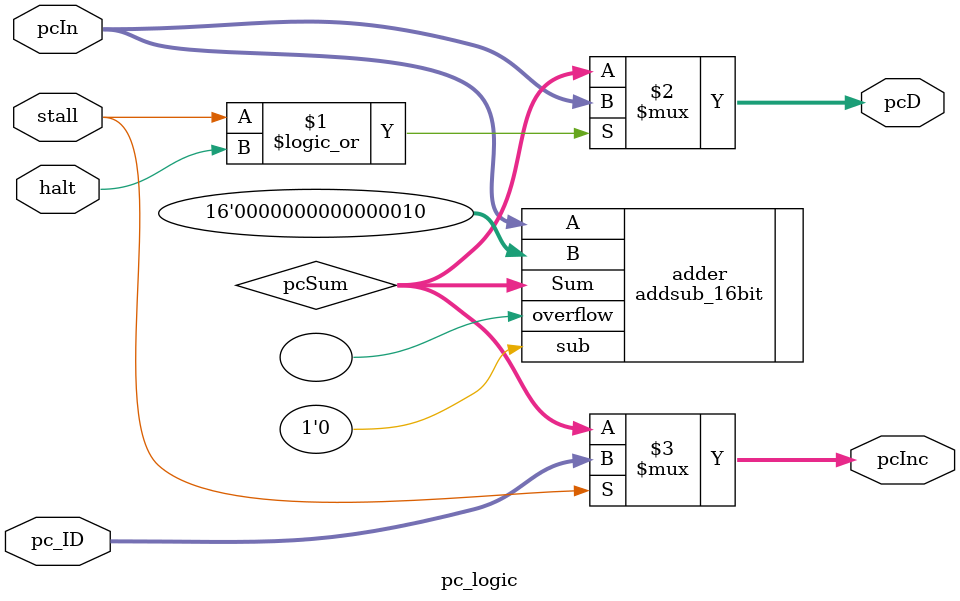
<source format=v>
module pc_logic(
    input [15:0] pcIn, //Program Counter value coming out of the PC register
    input stall, halt, //Stall and Halt signal from the hazard detection unit
    input [15:0] pc_ID, //Program Counter value coming out of the ID stage
    
    output [15:0] pcD, //Program Counter value to be put into the PC register
    output [15:0] pcInc //Program Counter value + 2
);



//adder to calculate next pc value
//pcInc = pcIn + 2
wire [15:0] pcSum;
addsub_16bit adder(
    .A(pcIn),
    .B(16'h0002),
    .sub(1'b0),
    .Sum(pcSum),
    .overflow()
);



//if stall or halt signal is high, we prevent the pc from incrementing, otherwise pc = pc + 2
assign pcD = (stall || halt) ? pcIn : pcSum; 

//if the stall signal is high, we assign the pc value to the ID stage to prevent new instruction from being fetched
assign pcInc = stall ? pc_ID : pcSum;
endmodule
</source>
